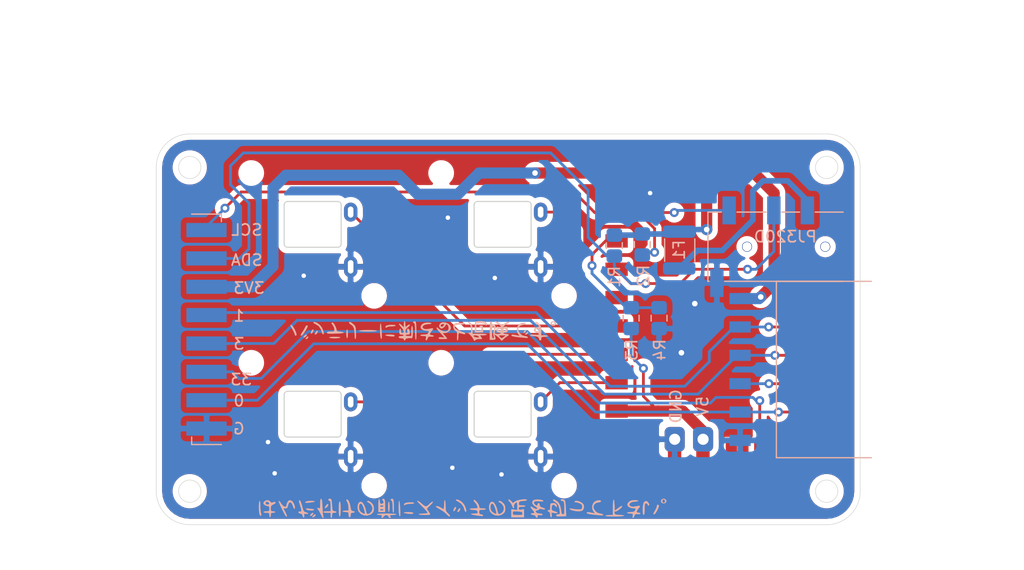
<source format=kicad_pcb>
(kicad_pcb (version 20171130) (host pcbnew "(5.1.6)-1")
  (layers (0 F.Cu signal) (31 B.Cu signal) (34 B.Paste user) (35 F.Paste user) (36 B.SilkS user) (37 F.SilkS user) (38 B.Mask user) (39 F.Mask user) (44 Edge.Cuts user))
  (net 0 "")
  (net 1 EN)
  (net 2 GND)
  (net 3 TX)
  (net 4 RX)
  (net 5 VCC)
  (net 6 5V)
  (net 7 SDA)
  (net 8 SCL)
  (net 9 KEY1)
  (net 10 KEY2)
  (net 11 KEY3)
  (net 12 KEY5)
  (net 13 KEY6)
  (net 14 MOS_DIN)
  (net 15 VREAD)
  (net 16 VCC_R)
  (net 17 VIN)
  (module aaaa:R_0805_2012Metric1.2 (layer B.Cu) (at 163.8 89.4 90)
    (fp_text reference F1 (at 0 0 90) (layer B.SilkS) (effects (justify mirror)))
    (fp_text value 1kΩ)
    (pad 1 smd roundrect (at -1.65 0 90) (size 1.1 2.9) (layers B.Cu B.Paste B.Mask) (net 17 VIN))
    (pad 2 smd roundrect (at 1.65 0 90) (size 1.1 2.9) (layers B.Cu B.Paste B.Mask) (net 5 VCC))
  )
  (module Connector_PinSocket_2.54mm:PinSocket_1x08_P2.54mm_Vertical_SMD_Pin1Left (layer B.Cu) (at 121.5 96.5 180)
    (fp_text reference REF** hide)
    (fp_text value PinSocket_1x08_P2.54mm_Vertical_SMD_Pin1Left)
    (pad 1 smd rect (at 0 8.89 180) (size 3.6 1.27) (layers B.Cu B.Paste B.Mask) (net 8 SCL))
    (pad 2 smd rect (at 0 6.35 180) (size 3.6 1.27) (layers B.Cu B.Paste B.Mask) (net 7 SDA))
    (pad 3 smd rect (at 0 3.81 180) (size 3.6 1.27) (layers B.Cu B.Paste B.Mask) (net 5 VCC))
    (pad 4 smd rect (at 0 1.27 180) (size 3.6 1.27) (layers B.Cu B.Paste B.Mask) (net 3 TX))
    (pad 5 smd rect (at 0 -1.27 180) (size 3.6 1.27) (layers B.Cu B.Paste B.Mask) (net 4 RX))
    (pad 6 smd rect (at 0 -3.81 180) (size 3.6 1.27) (layers B.Cu B.Paste B.Mask) (net 9 KEY1))
    (pad 7 smd rect (at 0 -6.35 180) (size 3.6 1.27) (layers B.Cu B.Paste B.Mask) (net 14 MOS_DIN))
    (pad 8 smd rect (at 0 -8.89 180) (size 3.6 1.27) (layers B.Cu B.Paste B.Mask) (net 2 GND))
  )
  (module aaaa:Kailh-PG1425-X-Switch (layer F.Cu) (at 131 88 180)
    (fp_text reference REF** hide)
    (fp_text value Kailh-PG1425-X-Switch)
    (pad 2 thru_hole oval (at -3.400008 1.999836) (size 1.2 1.7) (drill oval 0.5 1) (layers *.Cu *.Mask) (net 10 KEY2))
    (pad "" np_thru_hole circle (at 5.499992 5.499836) (size 1.3 1.3) (drill 1.3) (layers *.Cu *.Mask))
    (pad "" np_thru_hole circle (at -5.500008 -5.500164) (size 1.3 1.3) (drill 1.3) (layers *.Cu *.Mask))
    (pad 1 thru_hole oval (at -3.400008 -2.900164) (size 1.2 1.9) (drill oval 0.5 1.2) (layers *.Cu *.Mask) (net 2 GND))
  )
  (module aaaa:Kailh-PG1425-X-Switch (layer F.Cu) (at 148 88 180)
    (fp_text reference REF** hide)
    (fp_text value Kailh-PG1425-X-Switch)
    (pad 1 thru_hole oval (at -3.400008 -2.900164) (size 1.2 1.9) (drill oval 0.5 1.2) (layers *.Cu *.Mask) (net 2 GND))
    (pad "" np_thru_hole circle (at -5.500008 -5.500164) (size 1.3 1.3) (drill 1.3) (layers *.Cu *.Mask))
    (pad "" np_thru_hole circle (at 5.499992 5.499836) (size 1.3 1.3) (drill 1.3) (layers *.Cu *.Mask))
    (pad 2 thru_hole oval (at -3.400008 1.999836) (size 1.2 1.7) (drill oval 0.5 1) (layers *.Cu *.Mask) (net 11 KEY3))
  )
  (module aaaa:Kailh-PG1425-X-Switch (layer F.Cu) (at 148 105 180)
    (fp_text reference REF** hide)
    (fp_text value Kailh-PG1425-X-Switch)
    (pad 2 thru_hole oval (at -3.400008 1.999836) (size 1.2 1.7) (drill oval 0.5 1) (layers *.Cu *.Mask) (net 13 KEY6))
    (pad "" np_thru_hole circle (at 5.499992 5.499836) (size 1.3 1.3) (drill 1.3) (layers *.Cu *.Mask))
    (pad "" np_thru_hole circle (at -5.500008 -5.500164) (size 1.3 1.3) (drill 1.3) (layers *.Cu *.Mask))
    (pad 1 thru_hole oval (at -3.400008 -2.900164) (size 1.2 1.9) (drill oval 0.5 1.2) (layers *.Cu *.Mask) (net 2 GND))
  )
  (module aaaa:Kailh-PG1425-X-Switch (layer F.Cu) (at 131 105 180)
    (fp_text reference REF** hide)
    (fp_text value Kailh-PG1425-X-Switch)
    (pad 1 thru_hole oval (at -3.400008 -2.900164) (size 1.2 1.9) (drill oval 0.5 1.2) (layers *.Cu *.Mask) (net 2 GND))
    (pad "" np_thru_hole circle (at -5.500008 -5.500164) (size 1.3 1.3) (drill 1.3) (layers *.Cu *.Mask))
    (pad "" np_thru_hole circle (at 5.499992 5.499836) (size 1.3 1.3) (drill 1.3) (layers *.Cu *.Mask))
    (pad 2 thru_hole oval (at -3.400008 1.999836) (size 1.2 1.7) (drill oval 0.5 1) (layers *.Cu *.Mask) (net 12 KEY5))
  )
  (module aaaa:StampPico_template (layer F.Cu) (at 167.2 100.2)
    (fp_text reference M5Stamp hide)
    (fp_text value Val** hide)
    (pad 19 smd rect (at 9.00018 -6.53974 180) (size 2 1.2) (layers F.Cu F.Paste F.Mask) (net 5 VCC))
    (pad 18 smd rect (at 9.00018 -3.99974 180) (size 2 1.2) (layers F.Cu F.Paste F.Mask) (net 3 TX))
    (pad 17 smd rect (at 9.00018 -1.45974 180) (size 2 1.2) (layers F.Cu F.Paste F.Mask) (net 4 RX))
    (pad 16 smd rect (at 9.00018 1.08026 180) (size 2 1.2) (layers F.Cu F.Paste F.Mask) (net 1 EN))
    (pad 15 smd rect (at 9.00018 3.62026 180) (size 2 1.2) (layers F.Cu F.Paste F.Mask) (net 14 MOS_DIN))
    (pad 14 smd rect (at 9.00018 6.16026 180) (size 2 1.2) (layers F.Cu F.Paste F.Mask) (net 2 GND))
    (pad 13 smd rect (at 3.81018 7.44026 90) (size 2 1) (layers F.Cu F.Paste F.Mask) (net 9 KEY1))
    (pad 12 smd rect (at 1.27018 7.44026 90) (size 2 1) (layers F.Cu F.Paste F.Mask) (net 16 VCC_R))
    (pad 11 smd rect (at -1.26982 7.54026 90) (size 2 1.2) (layers F.Cu F.Paste F.Mask) (net 6 5V))
    (pad 10 smd rect (at -3.80982 7.54026 90) (size 2 1.2) (layers F.Cu F.Paste F.Mask) (net 2 GND))
    (pad 9 smd rect (at -8.99982 6.16026) (size 2 1.2) (layers F.Cu F.Paste F.Mask) (net 2 GND))
    (pad 8 smd rect (at -8.99982 3.62026) (size 2 1.2) (layers F.Cu F.Paste F.Mask) (net 6 5V))
    (pad 7 smd rect (at -8.99982 1.08026) (size 2 1.2) (layers F.Cu F.Paste F.Mask) (net 13 KEY6))
    (pad 6 smd rect (at -8.99982 -1.45974) (size 2 1.2) (layers F.Cu F.Paste F.Mask) (net 12 KEY5))
    (pad 5 smd rect (at -8.99982 -3.99974) (size 2 1.2) (layers F.Cu F.Paste F.Mask) (net 10 KEY2))
    (pad 4 smd rect (at -8.99982 -6.53974) (size 2 1.2) (layers F.Cu F.Paste F.Mask) (net 11 KEY3))
    (pad 1 smd rect (at -8.99982 -14.15974) (size 2 1.2) (layers F.Cu F.Paste F.Mask) (net 8 SCL))
    (pad 2 smd rect (at -8.99982 -11.61974) (size 2 1.2) (layers F.Cu F.Paste F.Mask) (net 15 VREAD))
    (pad 3 smd rect (at -8.99982 -9.07974) (size 2 1.2) (layers F.Cu F.Paste F.Mask) (net 7 SDA))
  )
  (module Connector_PinSocket_2.54mm:PinSocket_1x08_P2.54mm_Vertical_SMD_Pin1Left (layer B.Cu) (at 172.5 100.1)
    (fp_text reference REF** hide)
    (fp_text value PinSocket_1x08_P2.54mm_Vertical_SMD_Pin1Left)
    (pad 6 smd rect (at -3.25 -6.35) (size 1.9 1) (layers B.Cu B.Paste B.Mask) (net 5 VCC))
    (pad 4 smd rect (at -3.25 -1.27) (size 1.9 1) (layers B.Cu B.Paste B.Mask) (net 4 RX))
    (pad 2 smd rect (at -3.25 3.81) (size 1.9 1) (layers B.Cu B.Paste B.Mask) (net 14 MOS_DIN))
    (pad 1 smd rect (at -3.25 6.35) (size 1.9 1) (layers B.Cu B.Paste B.Mask) (net 2 GND))
    (pad 3 smd rect (at -3.25 1.27) (size 1.9 1) (layers B.Cu B.Paste B.Mask) (net 1 EN))
    (pad 5 smd rect (at -3.25 -3.81) (size 1.9 1) (layers B.Cu B.Paste B.Mask) (net 3 TX))
  )
  (module Resistor_SMD:R_0805_2012Metric (layer B.Cu) (at 162 95.5 90)
    (fp_text reference R4 (at -2.85 0.06 270) (layer B.SilkS) (effects (justify mirror)))
    (fp_text value 1kΩ)
    (pad 1 smd roundrect (at -0.9375 0 90) (size 1.2 1.4) (layers B.Cu B.Paste B.Mask) (net 2 GND))
    (pad 2 smd roundrect (at 0.9375 0 90) (size 1.2 1.4) (layers B.Cu B.Paste B.Mask) (net 15 VREAD))
  )
  (module Resistor_SMD:R_0805_2012Metric (layer B.Cu) (at 159.5 95.5 90)
    (fp_text reference R3 (at -2.85 0.06 270) (layer B.SilkS) (effects (justify mirror)))
    (fp_text value 1kΩ)
    (pad 2 smd roundrect (at 0.9375 0 90) (size 1.2 1.4) (layers B.Cu B.Paste B.Mask) (net 15 VREAD))
    (pad 1 smd roundrect (at -0.9375 0 90) (size 1.2 1.4) (layers B.Cu B.Paste B.Mask) (net 6 5V))
  )
  (module Connector_PinHeader_2.54mm:PinHeader_1x06_P2.54mm_Vertical (layer F.Cu) (at 163.4 106.35 90)
    (fp_text reference J3 hide)
    (fp_text value Screw_Terminal_01x06)
    (pad 2 thru_hole roundrect (at 0 2.54 90) (size 2.2 1.8) (drill 1) (layers *.Cu *.Mask) (net 6 5V))
    (pad 1 thru_hole roundrect (at 0 0 90) (size 2.2 1.8) (drill 1) (layers *.Cu *.Mask) (net 2 GND))
  )
  (module aaaa:handa2 (layer B.Cu) (at 140.9 96.5)
    (fp_text reference G*** hide)
    (fp_text value LOGO hide)
  )
  (module aaaa:handa (layer B.Cu) (at 144.5 112.6)
    (fp_text reference G*** hide)
    (fp_text value LOGO hide)
  )
  (module Resistor_SMD:R_0805_2012Metric (layer B.Cu) (at 160.5 88.9 270)
    (fp_text reference R2 (at 2.8 -0.1 270) (layer B.SilkS) (effects (justify mirror)))
    (fp_text value 1kΩ)
    (pad 2 smd roundrect (at 0.9375 0 270) (size 1.2 1.4) (layers B.Cu B.Paste B.Mask) (net 8 SCL))
    (pad 1 smd roundrect (at -0.9375 0 270) (size 1.2 1.4) (layers B.Cu B.Paste B.Mask) (net 5 VCC))
  )
  (module Resistor_SMD:R_0805_2012Metric (layer B.Cu) (at 158 89 270)
    (fp_text reference R1 (at 2.8 0 270) (layer B.SilkS) (effects (justify mirror)))
    (fp_text value 1kΩ)
    (pad 1 smd roundrect (at -0.9375 0 270) (size 1.2 1.4) (layers B.Cu B.Paste B.Mask) (net 5 VCC))
    (pad 2 smd roundrect (at 0.9375 0 270) (size 1.2 1.4) (layers B.Cu B.Paste B.Mask) (net 7 SDA))
  )
  (module aaaa:PJ320D_3.5mm_Jack (layer B.Cu) (at 172.1 89.1 180)
    (fp_text reference PJ320D (at -1.2 0.9) (layer B.SilkS) (effects (justify mirror)))
    (fp_text value PJ320D_3.5mm_Jack)
    (pad 4 smd rect (at 4.925 -3.25 180) (size 1.2 2.5) (layers B.Cu B.Paste B.Mask) (net 2 GND))
    (pad 1 smd rect (at 3.825 3.25 180) (size 1.2 2.5) (layers B.Cu B.Paste B.Mask) (net 8 SCL))
    (pad 2 smd rect (at -0.175 3.25 180) (size 1.2 2.5) (layers B.Cu B.Paste B.Mask) (net 7 SDA))
    (pad 3 smd rect (at -3.175 3.25 180) (size 1.2 2.5) (layers B.Cu B.Paste B.Mask) (net 17 VIN))
    (pad "" np_thru_hole circle (at -4.775 0 180) (size 0.9 0.9) (drill 0.8) (layers *.Cu *.Mask))
    (pad "" np_thru_hole circle (at 2.225 0 180) (size 0.9 0.9) (drill 0.8) (layers *.Cu *.Mask))
  )
  (gr_text SCL (at 125.1 87.6) (layer B.SilkS) (effects (font (size 1 1)) (justify mirror)))
  (gr_text SDA (at 125.1 90.3) (layer B.SilkS) (effects (font (size 1 1)) (justify mirror)))
  (gr_text 5V (at 165.9 103.4 90) (layer B.SilkS) (effects (font (size 1 1)) (justify mirror)))
  (gr_text GND (at 163.5 103.4 90) (layer B.SilkS) (effects (font (size 1 1)) (justify mirror)))
  (gr_line (start 117 82) (end 117 111) (layer Edge.Cuts) (width 0.05))
  (gr_arc (start 120 111) (end 117 111) (angle -90) (layer Edge.Cuts) (width 0.05))
  (gr_arc (start 120 82) (end 120 79) (angle -90) (layer Edge.Cuts) (width 0.05))
  (gr_circle (center 120 111) (end 121 111) (layer Edge.Cuts) (width 0.05))
  (gr_circle (center 120 82) (end 121 82) (layer Edge.Cuts) (width 0.05))
  (gr_arc (start 177 111) (end 177 114) (angle -90) (layer Edge.Cuts) (width 0.05))
  (gr_arc (start 177 82) (end 180 82) (angle -90) (layer Edge.Cuts) (width 0.05))
  (gr_circle (center 177 111) (end 178 111) (layer Edge.Cuts) (width 0.05))
  (gr_circle (center 177 82) (end 178 82) (layer Edge.Cuts) (width 0.05))
  (gr_line (start 120 114) (end 177 114) (layer Edge.Cuts) (width 0.05))
  (gr_line (start 177 79) (end 120 79) (layer Edge.Cuts) (width 0.05))
  (gr_line (start 180 82) (end 180 111) (layer Edge.Cuts) (width 0.05))
  (gr_arc (start 150.25 102.35) (end 150.55 102.35) (angle -90) (layer Edge.Cuts) (width 0.1))
  (gr_arc (start 133.25 105.85) (end 133.25 106.15) (angle -90) (layer Edge.Cuts) (width 0.1))
  (gr_arc (start 145.75 102.35) (end 145.75 102.05) (angle -90) (layer Edge.Cuts) (width 0.1))
  (gr_line (start 128.45 105.85) (end 128.45 102.35) (layer Edge.Cuts) (width 0.1))
  (gr_arc (start 145.75 105.85) (end 145.45 105.85) (angle -90) (layer Edge.Cuts) (width 0.1))
  (gr_arc (start 133.25 102.35) (end 133.55 102.35) (angle -90) (layer Edge.Cuts) (width 0.1))
  (gr_line (start 133.25 102.05) (end 128.75 102.05) (layer Edge.Cuts) (width 0.1))
  (gr_line (start 133.25 106.15) (end 128.75 106.15) (layer Edge.Cuts) (width 0.1))
  (gr_arc (start 128.75 105.85) (end 128.45 105.85) (angle -90) (layer Edge.Cuts) (width 0.1))
  (gr_arc (start 150.25 105.85) (end 150.25 106.15) (angle -90) (layer Edge.Cuts) (width 0.1))
  (gr_line (start 133.55 102.35) (end 133.55 105.85) (layer Edge.Cuts) (width 0.1))
  (gr_arc (start 128.75 102.35) (end 128.75 102.05) (angle -90) (layer Edge.Cuts) (width 0.1))
  (gr_line (start 150.25 102.05) (end 145.75 102.05) (layer Edge.Cuts) (width 0.1))
  (gr_line (start 145.45 105.85) (end 145.45 102.35) (layer Edge.Cuts) (width 0.1))
  (gr_line (start 150.55 102.35) (end 150.55 105.85) (layer Edge.Cuts) (width 0.1))
  (gr_line (start 150.25 106.15) (end 145.75 106.15) (layer Edge.Cuts) (width 0.1))
  (gr_arc (start 150.25 88.85) (end 150.25 89.15) (angle -90) (layer Edge.Cuts) (width 0.1))
  (gr_arc (start 150.25 85.35) (end 150.55 85.35) (angle -90) (layer Edge.Cuts) (width 0.1))
  (gr_line (start 150.25 85.05) (end 145.75 85.05) (layer Edge.Cuts) (width 0.1))
  (gr_arc (start 145.75 85.35) (end 145.75 85.05) (angle -90) (layer Edge.Cuts) (width 0.1))
  (gr_line (start 145.45 88.85) (end 145.45 85.35) (layer Edge.Cuts) (width 0.1))
  (gr_line (start 150.55 85.35) (end 150.55 88.85) (layer Edge.Cuts) (width 0.1))
  (gr_arc (start 145.75 88.85) (end 145.45 88.85) (angle -90) (layer Edge.Cuts) (width 0.1))
  (gr_line (start 150.25 89.15) (end 145.75 89.15) (layer Edge.Cuts) (width 0.1))
  (gr_arc (start 133.25 88.85) (end 133.25 89.15) (angle -90) (layer Edge.Cuts) (width 0.1))
  (gr_arc (start 133.25 85.35) (end 133.55 85.35) (angle -90) (layer Edge.Cuts) (width 0.1))
  (gr_line (start 133.25 85.05) (end 128.75 85.05) (layer Edge.Cuts) (width 0.1))
  (gr_arc (start 128.75 85.35) (end 128.75 85.05) (angle -90) (layer Edge.Cuts) (width 0.1))
  (gr_line (start 128.45 88.85) (end 128.45 85.35) (layer Edge.Cuts) (width 0.1))
  (gr_line (start 133.55 85.35) (end 133.55 88.85) (layer Edge.Cuts) (width 0.1))
  (gr_arc (start 128.75 88.85) (end 128.45 88.85) (angle -90) (layer Edge.Cuts) (width 0.1))
  (gr_line (start 133.25 89.15) (end 128.75 89.15) (layer Edge.Cuts) (width 0.1))
  (gr_text 0 (at 124.4 102.9) (layer B.SilkS) (effects (font (size 1 1)) (justify mirror)))
  (gr_text 33 (at 124.6 101) (layer B.SilkS) (effects (font (size 1 1)) (justify mirror)))
  (gr_text 3 (at 124.4 97.8) (layer B.SilkS) (effects (font (size 1 1)) (justify mirror)))
  (gr_text 1 (at 124.4 95.3) (layer B.SilkS) (effects (font (size 1 1)) (justify mirror)))
  (gr_text 3V3 (at 125.3 92.8) (layer B.SilkS) (effects (font (size 1 1)) (justify mirror)))
  (gr_text G (at 124.4 105.4) (layer B.SilkS) (effects (font (size 1 1)) (justify mirror)))
  (segment (start 169.25 101.37) (end 171.83 101.37) (width 0.25) (layer B.Cu) (net 1))
  (segment (start 171.83 101.37) (end 171.83 101.37) (width 0.25) (layer B.Cu) (net 1))
  (via (at 171.83 101.37) (size 0.8) (drill 0.4) (layers F.Cu B.Cu) (net 1))
  (segment (start 176.11044 101.37) (end 176.20018 101.28026) (width 0.25) (layer F.Cu) (net 1))
  (segment (start 171.83 101.37) (end 176.11044 101.37) (width 0.25) (layer F.Cu) (net 1))
  (segment (start 163.4 107.73044) (end 163.39018 107.74026) (width 1) (layer F.Cu) (net 2))
  (segment (start 163.4 106.35) (end 163.4 107.73044) (width 1) (layer F.Cu) (net 2))
  (via (at 127 106.6) (size 0.8) (drill 0.4) (layers F.Cu B.Cu) (net 2))
  (via (at 127.6 109.4) (size 0.8) (drill 0.4) (layers F.Cu B.Cu) (net 2))
  (via (at 143.5 108.9) (size 0.8) (drill 0.4) (layers F.Cu B.Cu) (net 2))
  (via (at 147.9 109.5) (size 0.8) (drill 0.4) (layers F.Cu B.Cu) (net 2))
  (via (at 143.1 86.5) (size 0.8) (drill 0.4) (layers F.Cu B.Cu) (net 2))
  (via (at 147.3 91.9) (size 0.8) (drill 0.4) (layers F.Cu B.Cu) (net 2))
  (via (at 130.2 91.7) (size 0.8) (drill 0.4) (layers F.Cu B.Cu) (net 2))
  (via (at 161.2 84.3) (size 0.8) (drill 0.4) (layers F.Cu B.Cu) (net 2))
  (via (at 165.2 94.2) (size 1) (drill 0.5) (layers F.Cu B.Cu) (net 2))
  (via (at 164 98.6) (size 1) (drill 0.5) (layers F.Cu B.Cu) (net 2))
  (segment (start 169.25 96.29) (end 171.81 96.29) (width 0.25) (layer B.Cu) (net 3))
  (segment (start 171.81 96.29) (end 171.81 96.29) (width 0.25) (layer B.Cu) (net 3))
  (via (at 171.81 96.29) (size 0.8) (drill 0.4) (layers F.Cu B.Cu) (net 3))
  (segment (start 176.11044 96.29) (end 176.20018 96.20026) (width 0.25) (layer F.Cu) (net 3))
  (segment (start 171.81 96.29) (end 176.11044 96.29) (width 0.25) (layer F.Cu) (net 3))
  (segment (start 166.5 98.5) (end 168.71 96.29) (width 0.25) (layer B.Cu) (net 3))
  (segment (start 166.5 99.4) (end 166.5 98.5) (width 0.25) (layer B.Cu) (net 3))
  (segment (start 164.3 101.6) (end 166.5 99.4) (width 0.25) (layer B.Cu) (net 3))
  (segment (start 168.71 96.29) (end 169.25 96.29) (width 0.25) (layer B.Cu) (net 3))
  (segment (start 157.6 101.6) (end 164.3 101.6) (width 0.25) (layer B.Cu) (net 3))
  (segment (start 151 95) (end 157.6 101.6) (width 0.25) (layer B.Cu) (net 3))
  (segment (start 121.73 95) (end 151 95) (width 0.25) (layer B.Cu) (net 3))
  (segment (start 121.5 95.23) (end 121.73 95) (width 0.25) (layer B.Cu) (net 3))
  (segment (start 169.25 98.83) (end 172.37 98.83) (width 0.25) (layer B.Cu) (net 4))
  (segment (start 172.37 98.83) (end 172.37 98.83) (width 0.25) (layer B.Cu) (net 4))
  (via (at 172.37 98.83) (size 0.8) (drill 0.4) (layers F.Cu B.Cu) (net 4))
  (segment (start 176.11044 98.83) (end 176.20018 98.74026) (width 0.25) (layer F.Cu) (net 4))
  (segment (start 172.37 98.83) (end 176.11044 98.83) (width 0.25) (layer F.Cu) (net 4))
  (segment (start 168.97 98.83) (end 169.25 98.83) (width 0.25) (layer B.Cu) (net 4))
  (segment (start 165.5 102.3) (end 168.97 98.83) (width 0.25) (layer B.Cu) (net 4))
  (segment (start 150.5 95.7) (end 157.1 102.3) (width 0.25) (layer B.Cu) (net 4))
  (segment (start 129.6 95.7) (end 150.5 95.7) (width 0.25) (layer B.Cu) (net 4))
  (segment (start 157.1 102.3) (end 165.5 102.3) (width 0.25) (layer B.Cu) (net 4))
  (segment (start 127.53 97.77) (end 129.6 95.7) (width 0.25) (layer B.Cu) (net 4))
  (segment (start 121.5 97.77) (end 127.53 97.77) (width 0.25) (layer B.Cu) (net 4))
  (segment (start 173.76026 93.66026) (end 176.20018 93.66026) (width 1) (layer F.Cu) (net 5))
  (segment (start 172.3 92.2) (end 173.76026 93.66026) (width 1) (layer F.Cu) (net 5))
  (segment (start 150.9 82.5) (end 150.9 82.5) (width 1) (layer B.Cu) (net 5))
  (via (at 150.9 82.5) (size 1) (drill 0.5) (layers F.Cu B.Cu) (net 5))
  (segment (start 172.3 92.2) (end 172.3 92.4) (width 1) (layer F.Cu) (net 5))
  (segment (start 172.3 92.4) (end 171.1 93.6) (width 1) (layer F.Cu) (net 5))
  (segment (start 171.1 93.6) (end 171.1 93.6) (width 1) (layer F.Cu) (net 5))
  (via (at 171.1 93.6) (size 1) (drill 0.5) (layers F.Cu B.Cu) (net 5))
  (segment (start 170.95 93.75) (end 171.1 93.6) (width 1) (layer B.Cu) (net 5))
  (segment (start 169.25 93.75) (end 170.95 93.75) (width 1) (layer B.Cu) (net 5))
  (segment (start 145.9 82.5) (end 144 84.4) (width 1) (layer B.Cu) (net 5))
  (segment (start 140.4 84.4) (end 138.7 82.7) (width 1) (layer B.Cu) (net 5))
  (segment (start 150.9 82.5) (end 145.9 82.5) (width 1) (layer B.Cu) (net 5))
  (segment (start 144 84.4) (end 140.4 84.4) (width 1) (layer B.Cu) (net 5))
  (segment (start 138.7 82.7) (end 128.6 82.7) (width 1) (layer B.Cu) (net 5))
  (segment (start 127.45 83.85) (end 127.45 90.85) (width 1) (layer B.Cu) (net 5))
  (segment (start 128.6 82.7) (end 127.45 83.85) (width 1) (layer B.Cu) (net 5))
  (segment (start 125.61 92.69) (end 121.5 92.69) (width 1) (layer B.Cu) (net 5))
  (segment (start 127.45 90.85) (end 125.61 92.69) (width 1) (layer B.Cu) (net 5))
  (segment (start 166.2625 87.5625) (end 166.2625 87.5625) (width 1) (layer B.Cu) (net 5))
  (via (at 166.2625 87.5625) (size 1) (drill 0.5) (layers F.Cu B.Cu) (net 5))
  (segment (start 172.3 89.9) (end 172.3 88.4) (width 1) (layer F.Cu) (net 5))
  (segment (start 172.3 89.9) (end 172.3 92.2) (width 1) (layer F.Cu) (net 5))
  (segment (start 165 82.5) (end 150.9 82.5) (width 1) (layer F.Cu) (net 5))
  (segment (start 172.3 89.9) (end 172.3 84.3) (width 1) (layer F.Cu) (net 5))
  (segment (start 170.5 82.5) (end 165 82.5) (width 1) (layer F.Cu) (net 5))
  (segment (start 172.3 84.3) (end 170.5 82.5) (width 1) (layer F.Cu) (net 5))
  (segment (start 166.2625 83.7625) (end 165 82.5) (width 1) (layer F.Cu) (net 5))
  (segment (start 166.2625 87.5625) (end 166.2625 83.7625) (width 1) (layer F.Cu) (net 5))
  (segment (start 163.9875 87.5625) (end 163.8 87.75) (width 0.5) (layer B.Cu) (net 5))
  (segment (start 166.2625 87.5625) (end 163.9875 87.5625) (width 0.5) (layer B.Cu) (net 5))
  (segment (start 160.4 88.0625) (end 160.5 87.9625) (width 0.5) (layer B.Cu) (net 5))
  (segment (start 158 88.0625) (end 160.4 88.0625) (width 0.5) (layer B.Cu) (net 5))
  (segment (start 163.5875 87.9625) (end 163.8 87.75) (width 0.5) (layer B.Cu) (net 5))
  (segment (start 160.5 87.9625) (end 163.5875 87.9625) (width 0.5) (layer B.Cu) (net 5))
  (segment (start 165.93018 105.63018) (end 165.93018 107.74026) (width 1) (layer F.Cu) (net 6))
  (segment (start 164.12026 103.82026) (end 165.93018 105.63018) (width 1) (layer F.Cu) (net 6))
  (segment (start 165.94 107.73044) (end 165.93018 107.74026) (width 1) (layer F.Cu) (net 6))
  (segment (start 165.94 106.35) (end 165.94 107.73044) (width 1) (layer F.Cu) (net 6))
  (segment (start 159.5 96.4375) (end 159.5 98.9) (width 0.25) (layer B.Cu) (net 6))
  (segment (start 159.5 98.9) (end 160.6 100) (width 0.25) (layer B.Cu) (net 6))
  (segment (start 160.6 100) (end 160.6 100) (width 0.25) (layer B.Cu) (net 6))
  (via (at 160.6 100) (size 0.8) (drill 0.4) (layers F.Cu B.Cu) (net 6))
  (segment (start 160.6 102.5) (end 161.92026 103.82026) (width 0.25) (layer F.Cu) (net 6))
  (segment (start 160.6 100) (end 160.6 102.5) (width 0.25) (layer F.Cu) (net 6))
  (segment (start 158.20018 103.82026) (end 161.92026 103.82026) (width 1) (layer F.Cu) (net 6))
  (segment (start 161.92026 103.82026) (end 164.12026 103.82026) (width 1) (layer F.Cu) (net 6))
  (segment (start 152.3 80.7) (end 124.8 80.7) (width 0.25) (layer B.Cu) (net 7))
  (segment (start 123.65 81.85) (end 123.65 83.55) (width 0.25) (layer B.Cu) (net 7))
  (segment (start 124.8 80.7) (end 123.65 81.85) (width 0.25) (layer B.Cu) (net 7))
  (segment (start 123.65 83.55) (end 125.3 85.2) (width 0.25) (layer B.Cu) (net 7))
  (segment (start 125.3 85.2) (end 125.3 89.3) (width 0.25) (layer B.Cu) (net 7))
  (segment (start 124.45 90.15) (end 121.5 90.15) (width 0.25) (layer B.Cu) (net 7))
  (segment (start 125.3 89.3) (end 124.45 90.15) (width 0.25) (layer B.Cu) (net 7))
  (segment (start 169.92026 91.12026) (end 169.92026 91.12026) (width 0.25) (layer F.Cu) (net 7))
  (via (at 169.92026 91.12026) (size 0.8) (drill 0.4) (layers F.Cu B.Cu) (net 7))
  (segment (start 170.67974 91.12026) (end 169.92026 91.12026) (width 0.25) (layer B.Cu) (net 7))
  (segment (start 172.275 89.525) (end 170.67974 91.12026) (width 0.25) (layer B.Cu) (net 7))
  (segment (start 172.275 85.85) (end 172.275 89.525) (width 0.25) (layer B.Cu) (net 7))
  (segment (start 163.9 92.4) (end 160.8 92.4) (width 0.25) (layer F.Cu) (net 7))
  (segment (start 165.17974 91.12026) (end 163.9 92.4) (width 0.25) (layer F.Cu) (net 7))
  (segment (start 159.47992 92.4) (end 158.20018 91.12026) (width 0.25) (layer F.Cu) (net 7))
  (segment (start 169.92026 91.12026) (end 165.17974 91.12026) (width 0.25) (layer F.Cu) (net 7))
  (segment (start 158 89.9375) (end 157.3375 89.9375) (width 0.25) (layer B.Cu) (net 7))
  (segment (start 155.65 88.25) (end 155.65 84.05) (width 0.25) (layer B.Cu) (net 7))
  (segment (start 157.3375 89.9375) (end 155.65 88.25) (width 0.25) (layer B.Cu) (net 7))
  (segment (start 155.65 84.05) (end 152.3 80.7) (width 0.25) (layer B.Cu) (net 7))
  (segment (start 160.8 92.4) (end 159.47992 92.4) (width 0.25) (layer F.Cu) (net 7))
  (via (at 160.8 92.4) (size 0.8) (drill 0.4) (layers F.Cu B.Cu) (net 7))
  (segment (start 158 89.9375) (end 158 90.9) (width 0.25) (layer B.Cu) (net 7))
  (segment (start 159.5 92.4) (end 160.8 92.4) (width 0.25) (layer B.Cu) (net 7))
  (segment (start 158 90.9) (end 159.5 92.4) (width 0.25) (layer B.Cu) (net 7))
  (segment (start 163.35974 86.04026) (end 163.35974 86.04026) (width 0.25) (layer F.Cu) (net 8))
  (via (at 163.35974 86.04026) (size 0.8) (drill 0.4) (layers F.Cu B.Cu) (net 8))
  (segment (start 123.15 85.65) (end 123.15 85.65) (width 0.25) (layer B.Cu) (net 8))
  (via (at 123.15 85.65) (size 0.8) (drill 0.4) (layers F.Cu B.Cu) (net 8))
  (segment (start 154.4 84.2) (end 124.6 84.2) (width 0.25) (layer F.Cu) (net 8))
  (segment (start 158.20018 86.04026) (end 156.24026 86.04026) (width 0.25) (layer F.Cu) (net 8))
  (segment (start 124.6 84.2) (end 123.15 85.65) (width 0.25) (layer F.Cu) (net 8))
  (segment (start 156.24026 86.04026) (end 154.4 84.2) (width 0.25) (layer F.Cu) (net 8))
  (segment (start 121.5 87.3) (end 123.15 85.65) (width 0.25) (layer B.Cu) (net 8))
  (segment (start 121.5 87.61) (end 121.5 87.3) (width 0.25) (layer B.Cu) (net 8))
  (segment (start 163.55 85.85) (end 163.35974 86.04026) (width 0.25) (layer B.Cu) (net 8))
  (segment (start 168.275 85.85) (end 163.55 85.85) (width 0.25) (layer B.Cu) (net 8))
  (via (at 161.6 89.6) (size 0.8) (drill 0.4) (layers F.Cu B.Cu) (net 8))
  (segment (start 160.94026 86.04026) (end 163.35974 86.04026) (width 0.25) (layer F.Cu) (net 8))
  (segment (start 160.7375 89.6) (end 160.5 89.8375) (width 0.25) (layer B.Cu) (net 8))
  (segment (start 161.6 89.6) (end 160.7375 89.6) (width 0.25) (layer B.Cu) (net 8))
  (segment (start 161.6 87.48052) (end 160.15974 86.04026) (width 0.25) (layer F.Cu) (net 8))
  (segment (start 161.6 89.6) (end 161.6 87.48052) (width 0.25) (layer F.Cu) (net 8))
  (segment (start 158.20018 86.04026) (end 160.15974 86.04026) (width 0.25) (layer F.Cu) (net 8))
  (segment (start 160.15974 86.04026) (end 160.94026 86.04026) (width 0.25) (layer F.Cu) (net 8))
  (segment (start 171.02 107.63044) (end 171.01018 107.64026) (width 0.25) (layer F.Cu) (net 9))
  (segment (start 171.01018 107.64026) (end 171.01018 102.88982) (width 0.25) (layer F.Cu) (net 9))
  (segment (start 171.01018 102.88982) (end 171.01018 102.88982) (width 0.25) (layer F.Cu) (net 9))
  (via (at 171.01018 102.88982) (size 0.8) (drill 0.4) (layers F.Cu B.Cu) (net 9))
  (segment (start 124.4 100.9) (end 123.81 100.31) (width 0.25) (layer B.Cu) (net 9))
  (segment (start 126.4 100.9) (end 124.4 100.9) (width 0.25) (layer B.Cu) (net 9))
  (segment (start 150.2 96.7) (end 130.6 96.7) (width 0.25) (layer B.Cu) (net 9))
  (segment (start 123.81 100.31) (end 121.5 100.31) (width 0.25) (layer B.Cu) (net 9))
  (segment (start 156.6 103.1) (end 150.2 96.7) (width 0.25) (layer B.Cu) (net 9))
  (segment (start 130.6 96.7) (end 126.4 100.9) (width 0.25) (layer B.Cu) (net 9))
  (segment (start 171.01018 102.88982) (end 170.68982 102.88982) (width 0.25) (layer B.Cu) (net 9))
  (segment (start 170.68982 102.88982) (end 170.4 102.6) (width 0.25) (layer B.Cu) (net 9))
  (segment (start 166.6 103.1) (end 156.6 103.1) (width 0.25) (layer B.Cu) (net 9))
  (segment (start 170.4 102.6) (end 167.1 102.6) (width 0.25) (layer B.Cu) (net 9))
  (segment (start 167.1 102.6) (end 166.6 103.1) (width 0.25) (layer B.Cu) (net 9))
  (segment (start 144.600104 96.20026) (end 134.400008 86.000164) (width 0.25) (layer F.Cu) (net 10))
  (segment (start 158.20018 96.20026) (end 144.600104 96.20026) (width 0.25) (layer F.Cu) (net 10))
  (segment (start 158.20018 93.66026) (end 156.76026 93.66026) (width 0.25) (layer F.Cu) (net 11))
  (segment (start 156.76026 93.66026) (end 154.6 91.5) (width 0.25) (layer F.Cu) (net 11))
  (segment (start 154.6 91.5) (end 154.6 87.7) (width 0.25) (layer F.Cu) (net 11))
  (segment (start 152.900164 86.000164) (end 151.400008 86.000164) (width 0.25) (layer F.Cu) (net 11))
  (segment (start 154.6 87.7) (end 152.900164 86.000164) (width 0.25) (layer F.Cu) (net 11))
  (segment (start 158.20018 98.74026) (end 146.75974 98.74026) (width 0.25) (layer F.Cu) (net 12))
  (segment (start 142.499836 103.000164) (end 134.400008 103.000164) (width 0.25) (layer F.Cu) (net 12))
  (segment (start 146.75974 98.74026) (end 142.499836 103.000164) (width 0.25) (layer F.Cu) (net 12))
  (segment (start 153.119912 101.28026) (end 151.400008 103.000164) (width 0.25) (layer F.Cu) (net 13))
  (segment (start 158.20018 101.28026) (end 153.119912 101.28026) (width 0.25) (layer F.Cu) (net 13))
  (segment (start 169.25 103.91) (end 172.69 103.91) (width 0.25) (layer B.Cu) (net 14))
  (segment (start 172.69 103.91) (end 172.69 103.91) (width 0.25) (layer B.Cu) (net 14))
  (via (at 172.69 103.91) (size 0.8) (drill 0.4) (layers F.Cu B.Cu) (net 14))
  (segment (start 176.11044 103.91) (end 176.20018 103.82026) (width 0.25) (layer F.Cu) (net 14))
  (segment (start 172.69 103.91) (end 176.11044 103.91) (width 0.25) (layer F.Cu) (net 14))
  (segment (start 126.05 102.85) (end 121.5 102.85) (width 0.25) (layer B.Cu) (net 14))
  (segment (start 131.1 97.8) (end 126.05 102.85) (width 0.25) (layer B.Cu) (net 14))
  (segment (start 150.2 97.8) (end 131.1 97.8) (width 0.25) (layer B.Cu) (net 14))
  (segment (start 156.31 103.91) (end 150.2 97.8) (width 0.25) (layer B.Cu) (net 14))
  (segment (start 169.25 103.91) (end 156.31 103.91) (width 0.25) (layer B.Cu) (net 14))
  (via (at 156 90.8) (size 0.8) (drill 0.4) (layers F.Cu B.Cu) (net 15))
  (segment (start 158.08044 88.7) (end 158.20018 88.58026) (width 0.25) (layer F.Cu) (net 15))
  (segment (start 158.20018 88.58026) (end 157.21974 88.58026) (width 0.25) (layer F.Cu) (net 15))
  (segment (start 156 89.8) (end 156 90.8) (width 0.25) (layer F.Cu) (net 15))
  (segment (start 157.21974 88.58026) (end 156 89.8) (width 0.25) (layer F.Cu) (net 15))
  (segment (start 159.0625 94.5625) (end 159.5 94.5625) (width 0.25) (layer B.Cu) (net 15))
  (segment (start 156 91.5) (end 159.0625 94.5625) (width 0.25) (layer B.Cu) (net 15))
  (segment (start 156 90.8) (end 156 91.5) (width 0.25) (layer B.Cu) (net 15))
  (segment (start 159.5 94.5625) (end 162 94.5625) (width 0.25) (layer B.Cu) (net 15))
  (segment (start 168.48 107.63044) (end 168.47018 107.64026) (width 0.25) (layer F.Cu) (net 16))
  (segment (start 171.3 83.2) (end 173.5 83.2) (width 0.5) (layer B.Cu) (net 17))
  (segment (start 170.4 84.1) (end 171.3 83.2) (width 0.5) (layer B.Cu) (net 17))
  (segment (start 170.4 86.7) (end 170.4 84.1) (width 0.5) (layer B.Cu) (net 17))
  (segment (start 167.6625 89.4375) (end 170.4 86.7) (width 0.5) (layer B.Cu) (net 17))
  (segment (start 173.5 83.2) (end 175.275 84.975) (width 0.5) (layer B.Cu) (net 17))
  (segment (start 175.275 84.975) (end 175.275 85.85) (width 0.5) (layer B.Cu) (net 17))
  (segment (start 165.4125 89.4375) (end 163.8 91.05) (width 0.5) (layer B.Cu) (net 17))
  (segment (start 167.6625 89.4375) (end 165.4125 89.4375) (width 0.5) (layer B.Cu) (net 17))
  (zone (net 2) (net_name GND) (layer F.Cu) (connect_pads (clearance 0.5)) (min_thickness 0.254) (fill yes (arc_segments 32) (thermal_gap 0.508) (thermal_bridge_width 0.508))
    (polygon (pts (xy 181 115) (xy 116 115) (xy 116 78) (xy 181 78)))
  )
  (zone (net 2) (net_name GND) (layer B.Cu) (connect_pads (clearance 0.5)) (min_thickness 0.254) (fill yes (arc_segments 32) (thermal_gap 0.508) (thermal_bridge_width 0.508))
    (polygon (pts (xy 181 115) (xy 116 115) (xy 116 78) (xy 181 78)))
  )
)
</source>
